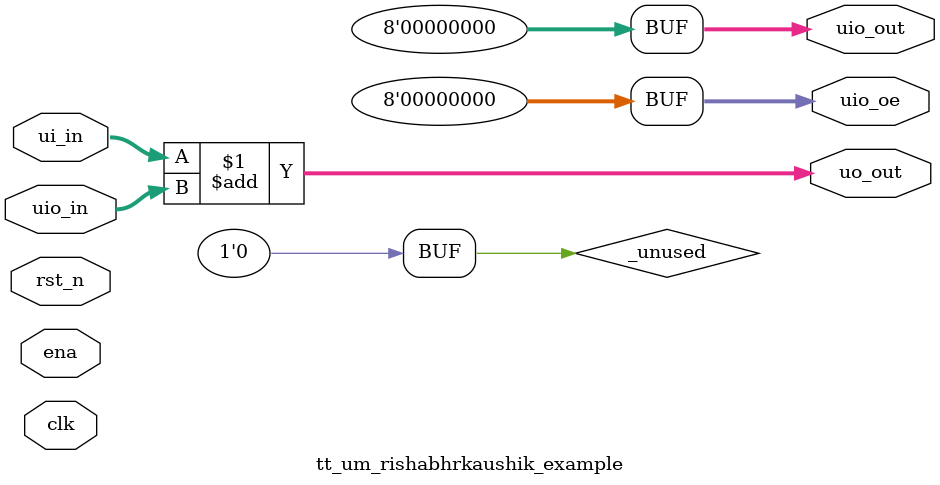
<source format=v>
/*
 * Copyright (c) 2024 Your Name
 * SPDX-License-Identifier: Apache-2.0
 */

`default_nettype none

module tt_um_rishabhrkaushik_example (
    input  wire [7:0] ui_in,    // Dedicated inputs
    output wire [7:0] uo_out,   // Dedicated outputs
    input  wire [7:0] uio_in,   // IOs: Input path
    output wire [7:0] uio_out,  // IOs: Output path
    output wire [7:0] uio_oe,   // IOs: Enable path (active high: 0=input, 1=output)
    input  wire       ena,      // always 1 when the design is powered, so you can ignore it
    input  wire       clk,      // clock
    input  wire       rst_n     // reset_n - low to reset
);

  // All output pins must be assigned. If not used, assign to 0.
  assign uo_out  = ui_in + uio_in;  // Example: ou_out is the sum of ui_in and uio_in
  assign uio_out = 0;
  assign uio_oe  = 0;

  // List all unused inputs to prevent warnings
  wire _unused = &{ena, clk, rst_n, 1'b0};

endmodule

</source>
